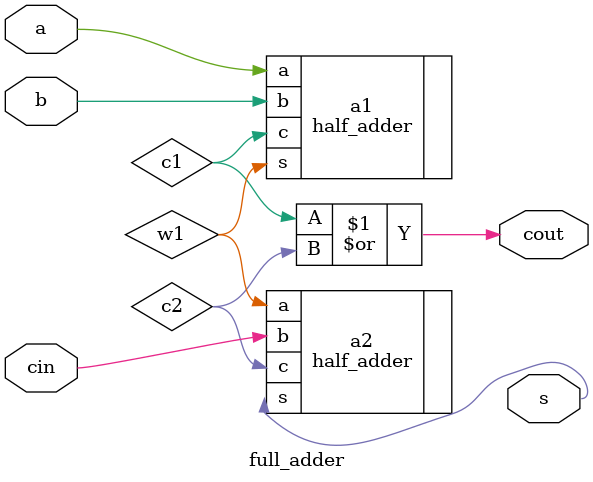
<source format=sv>
`timescale 1ns / 1ps


module full_adder(
    input a,
    input b,
    input cin,
    output cout,
    output s

    );
    logic w1,c1,c2;
    half_adder a1(.a(a),.b(b),.s(w1),.c(c1));
    half_adder a2(.a(w1),.b(cin),.s(s),.c(c2));
    or(cout,c1,c2);
endmodule

</source>
